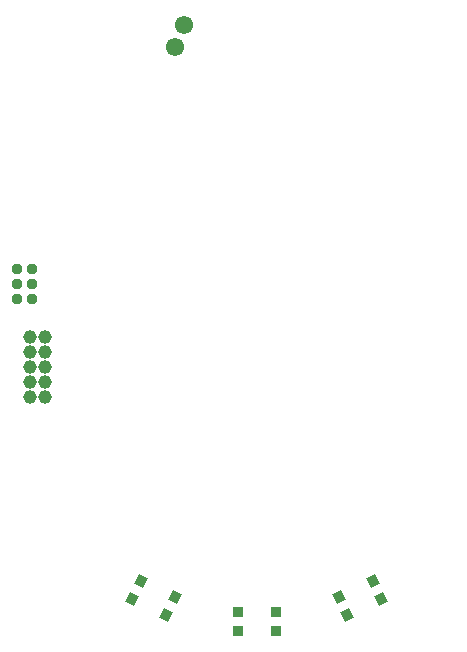
<source format=gts>
G04*
G04 #@! TF.GenerationSoftware,Altium Limited,Altium Designer,22.7.1 (60)*
G04*
G04 Layer_Color=8388736*
%FSLAX25Y25*%
%MOIN*%
G70*
G04*
G04 #@! TF.SameCoordinates,BCCB9F90-4AA1-44C7-A5C0-69E822051F84*
G04*
G04*
G04 #@! TF.FilePolarity,Negative*
G04*
G01*
G75*
%ADD20C,0.03698*%
G04:AMPARAMS|DCode=21|XSize=33.56mil|YSize=35.53mil|CornerRadius=0mil|HoleSize=0mil|Usage=FLASHONLY|Rotation=25.601|XOffset=0mil|YOffset=0mil|HoleType=Round|Shape=Rectangle|*
%AMROTATEDRECTD21*
4,1,4,-0.00746,-0.02327,-0.02281,0.00877,0.00746,0.02327,0.02281,-0.00877,-0.00746,-0.02327,0.0*
%
%ADD21ROTATEDRECTD21*%

%ADD22R,0.03356X0.03553*%
G04:AMPARAMS|DCode=23|XSize=33.56mil|YSize=35.53mil|CornerRadius=0mil|HoleSize=0mil|Usage=FLASHONLY|Rotation=334.399|XOffset=0mil|YOffset=0mil|HoleType=Round|Shape=Rectangle|*
%AMROTATEDRECTD23*
4,1,4,-0.02281,-0.00877,-0.00746,0.02327,0.02281,0.00877,0.00746,-0.02327,-0.02281,-0.00877,0.0*
%
%ADD23ROTATEDRECTD23*%

%ADD24C,0.00600*%
%ADD25C,0.04537*%
%ADD26C,0.06112*%
D20*
X105374Y224095D02*
D03*
X110374D02*
D03*
X105374Y219095D02*
D03*
X110374D02*
D03*
X105374Y214095D02*
D03*
X110374D02*
D03*
D21*
X212774Y114818D02*
D03*
X224136Y120261D02*
D03*
X215581Y108959D02*
D03*
X226942Y114403D02*
D03*
D22*
X179109Y110031D02*
D03*
X191707D02*
D03*
X179109Y103535D02*
D03*
X191707D02*
D03*
D23*
X146683Y120261D02*
D03*
X158045Y114818D02*
D03*
X143876Y114403D02*
D03*
X155238Y108959D02*
D03*
D24*
X111811Y209095D02*
D03*
X103937D02*
D03*
X107874Y229095D02*
D03*
X152929Y265916D02*
D03*
X221827D02*
D03*
X251406Y180268D02*
D03*
Y203024D02*
D03*
D25*
X109968Y181646D02*
D03*
X114969D02*
D03*
X109968Y186646D02*
D03*
X114969D02*
D03*
X109968Y191646D02*
D03*
X114969D02*
D03*
X109968Y196646D02*
D03*
X114969D02*
D03*
X109968Y201646D02*
D03*
X114969D02*
D03*
D26*
X161135Y305641D02*
D03*
X158185Y298340D02*
D03*
M02*

</source>
